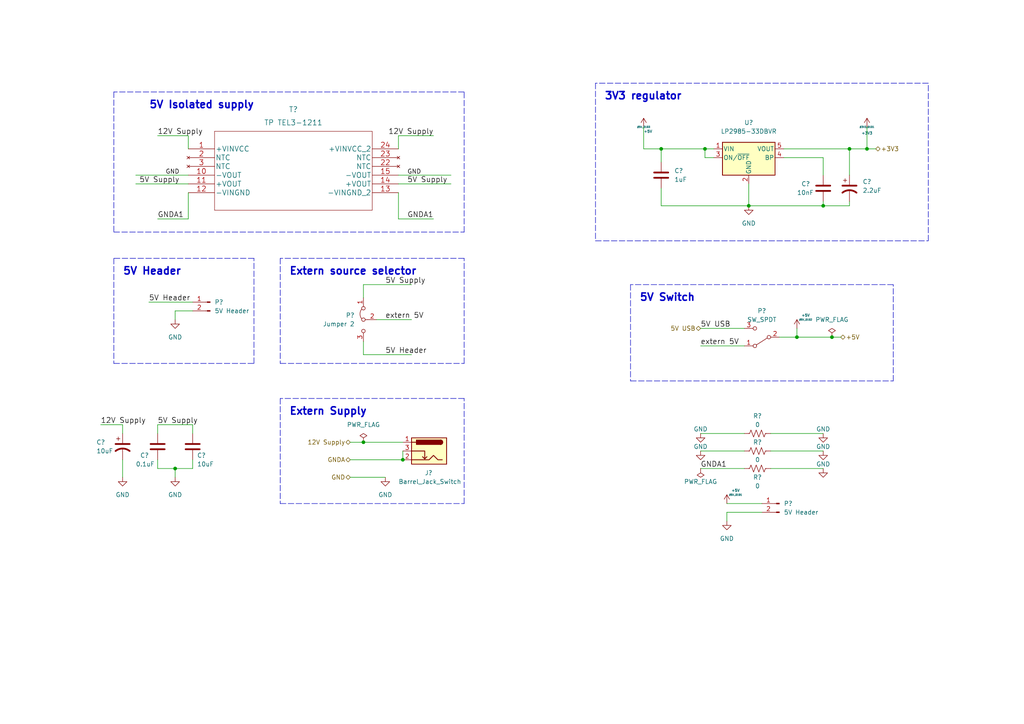
<source format=kicad_sch>
(kicad_sch (version 20211123) (generator eeschema)
  (paper "A4")
  (lib_symbols
    (symbol "Connector:Barrel_Jack_Switch" (pin_names hide)
      (property "Reference" "J" (at 0 5.334 0))
      (property "Value" "Barrel_Jack_Switch" (at 0 -5.08 0))
      (symbol "Barrel_Jack_Switch_0_1"
        (rectangle (start -5.08 3.81) (end 5.08 -3.81) (stroke (width 0.254)) (fill (type background)))
        (arc (start -3.302 3.175) (mid -3.937 2.54) (end -3.302 1.905) (stroke (width 0.254)))
        (arc (start -3.302 3.175) (mid -3.937 2.54) (end -3.302 1.905) (stroke (width 0.254)) (fill (type outline)))
        (polyline (pts (xy 1.27 -2.286) (xy 1.905 -1.651)) (stroke (width 0.254)))
        (polyline (pts (xy 5.08 2.54) (xy 3.81 2.54)) (stroke (width 0.254)))
        (polyline (pts (xy 5.08 0) (xy 1.27 0) (xy 1.27 -2.286) (xy 0.635 -1.651)) (stroke (width 0.254)))
        (polyline (pts (xy -3.81 -2.54) (xy -2.54 -2.54) (xy -1.27 -1.27) (xy 0 -2.54) (xy 2.54 -2.54) (xy 5.08 -2.54)) (stroke (width 0.254)))
        (rectangle (start 3.683 3.175) (end -3.302 1.905) (stroke (width 0.254)) (fill (type outline)))
      )
      (symbol "Barrel_Jack_Switch_1_1"
        (pin passive line (at 7.62 2.54 180) (length 2.54) (name "~") (number "1"))
        (pin passive line (at 7.62 -2.54 180) (length 2.54) (name "~") (number "2"))
        (pin passive line (at 7.62 0 180) (length 2.54) (name "~") (number "3"))
      )
    )
    (symbol "Connector:Conn_01x02_Male" (pin_names (offset 1.016) hide)
      (property "Reference" "J" (at 0 2.54 0))
      (property "Value" "Conn_01x02_Male" (at 0 -5.08 0))
      (symbol "Conn_01x02_Male_1_1"
        (polyline (pts (xy 1.27 -2.54) (xy 0.8636 -2.54)) (stroke (width 0.1524)))
        (polyline (pts (xy 1.27 0) (xy 0.8636 0)) (stroke (width 0.1524)))
        (rectangle (start 0.8636 -2.413) (end 0 -2.667) (stroke (width 0.1524)) (fill (type outline)))
        (rectangle (start 0.8636 0.127) (end 0 -0.127) (stroke (width 0.1524)) (fill (type outline)))
        (pin passive line (at 5.08 0 180) (length 3.81) (name "Pin_1") (number "1"))
        (pin passive line (at 5.08 -2.54 180) (length 3.81) (name "Pin_2") (number "2"))
      )
    )
    (symbol "Device:C" (pin_numbers hide) (pin_names (offset 0.254))
      (property "Reference" "C" (at 0.635 2.54 0))
      (property "Value" "C" (at 0.635 -2.54 0))
      (symbol "C_0_1"
        (polyline (pts (xy -2.032 -0.762) (xy 2.032 -0.762)) (stroke (width 0.508)))
        (polyline (pts (xy -2.032 0.762) (xy 2.032 0.762)) (stroke (width 0.508)))
      )
      (symbol "C_1_1"
        (pin passive line (at 0 3.81 270) (length 2.794) (name "~") (number "1"))
        (pin passive line (at 0 -3.81 90) (length 2.794) (name "~") (number "2"))
      )
    )
    (symbol "Device:C_Polarized_US" (pin_numbers hide) (pin_names (offset 0.254) hide)
      (property "Reference" "C" (at 0.635 2.54 0))
      (property "Value" "C_Polarized_US" (at 0.635 -2.54 0))
      (symbol "C_Polarized_US_0_1"
        (polyline (pts (xy -2.032 0.762) (xy 2.032 0.762)) (stroke (width 0.508)))
        (polyline (pts (xy -1.778 2.286) (xy -0.762 2.286)))
        (polyline (pts (xy -1.27 1.778) (xy -1.27 2.794)))
        (arc (start 2.032 -1.27) (mid 0 -0.5572) (end -2.032 -1.27) (stroke (width 0.508)))
      )
      (symbol "C_Polarized_US_1_1"
        (pin passive line (at 0 3.81 270) (length 2.794) (name "~") (number "1"))
        (pin passive line (at 0 -3.81 90) (length 3.302) (name "~") (number "2"))
      )
    )
    (symbol "Device:R_US" (pin_numbers hide) (pin_names (offset 0))
      (property "Reference" "R" (at 2.54 0 90))
      (property "Value" "R_US" (at -2.54 0 90))
      (symbol "R_US_0_1"
        (polyline (pts (xy 0 -2.286) (xy 0 -2.54)))
        (polyline (pts (xy 0 2.286) (xy 0 2.54)))
        (polyline (pts (xy 0 -0.762) (xy 1.016 -1.143) (xy 0 -1.524) (xy -1.016 -1.905) (xy 0 -2.286)))
        (polyline (pts (xy 0 0.762) (xy 1.016 0.381) (xy 0 0) (xy -1.016 -0.381) (xy 0 -0.762)))
        (polyline (pts (xy 0 2.286) (xy 1.016 1.905) (xy 0 1.524) (xy -1.016 1.143) (xy 0 0.762)))
      )
      (symbol "R_US_1_1"
        (pin passive line (at 0 3.81 270) (length 1.27) (name "~") (number "1"))
        (pin passive line (at 0 -3.81 90) (length 1.27) (name "~") (number "2"))
      )
    )
    (symbol "Jumper:Jumper_3_Bridged12" (pin_names (offset 0) hide)
      (property "Reference" "JP" (at -2.54 -2.54 0))
      (property "Value" "Jumper_3_Bridged12" (at 0 2.794 0))
      (symbol "Jumper_3_Bridged12_0_0"
        (circle (center -3.302 0) (radius 0.508))
        (circle (center 0 0) (radius 0.508))
        (circle (center 3.302 0) (radius 0.508))
      )
      (symbol "Jumper_3_Bridged12_0_1"
        (arc (start -0.254 0.508) (mid -1.651 0.9912) (end -3.048 0.508))
        (polyline (pts (xy 0 -1.27) (xy 0 -0.508)))
      )
      (symbol "Jumper_3_Bridged12_1_1"
        (pin passive line (at -6.35 0 0) (length 2.54) (name "A") (number "1"))
        (pin input line (at 0 -3.81 90) (length 2.54) (name "C") (number "2"))
        (pin passive line (at 6.35 0 180) (length 2.54) (name "B") (number "3"))
      )
    )
    (symbol "Regulator_Linear:LP2985-3.3" (pin_names (offset 0.254))
      (property "Reference" "U" (at -6.35 5.715 0))
      (property "Value" "LP2985-3.3" (at 0 5.715 0))
      (symbol "LP2985-3.3_0_1"
        (rectangle (start -7.62 -5.08) (end 7.62 4.445) (stroke (width 0.254)) (fill (type background)))
      )
      (symbol "LP2985-3.3_1_1"
        (pin power_in line (at -10.16 2.54 0) (length 2.54) (name "VIN") (number "1"))
        (pin power_in line (at 0 -7.62 90) (length 2.54) (name "GND") (number "2"))
        (pin input line (at -10.16 0 0) (length 2.54) (name "ON/~{OFF}") (number "3"))
        (pin input line (at 10.16 0 180) (length 2.54) (name "BP") (number "4"))
        (pin power_out line (at 10.16 2.54 180) (length 2.54) (name "VOUT") (number "5"))
      )
    )
    (symbol "Switch:SW_SPDT" (pin_names (offset 0) hide)
      (property "Reference" "SW" (at 0 4.318 0))
      (property "Value" "SW_SPDT" (at 0 -5.08 0))
      (symbol "SW_SPDT_0_0"
        (circle (center -2.032 0) (radius 0.508))
        (circle (center 2.032 -2.54) (radius 0.508))
      )
      (symbol "SW_SPDT_0_1"
        (polyline (pts (xy -1.524 0.254) (xy 1.651 2.286)))
        (circle (center 2.032 2.54) (radius 0.508))
      )
      (symbol "SW_SPDT_1_1"
        (pin passive line (at 5.08 2.54 180) (length 2.54) (name "A") (number "1"))
        (pin passive line (at -5.08 0 0) (length 2.54) (name "B") (number "2"))
        (pin passive line (at 5.08 -2.54 180) (length 2.54) (name "C") (number "3"))
      )
    )
    (symbol "TP TEM3:TEM_3-2411N" (pin_names (offset 0.254))
      (property "Reference" "U" (at 30.48 10.16 0))
      (property "Value" "TEM_3-2411N" (at 30.48 7.62 0))
      (symbol "TEM_3-2411N_1_1"
        (polyline (pts (xy 7.62 -17.78) (xy 53.34 -17.78)) (stroke (width 0.127)))
        (polyline (pts (xy 7.62 5.08) (xy 7.62 -17.78)) (stroke (width 0.127)))
        (polyline (pts (xy 53.34 -17.78) (xy 53.34 5.08)) (stroke (width 0.127)))
        (polyline (pts (xy 53.34 5.08) (xy 7.62 5.08)) (stroke (width 0.127)))
        (pin power_in line (at 0 0 0) (length 7.62) (name "+VINVCC") (number "1"))
        (pin power_in line (at 0 -7.62 0) (length 7.62) (name "-VOUT") (number "10"))
        (pin power_out line (at 0 -10.16 0) (length 7.62) (name "+VOUT") (number "11"))
        (pin power_in line (at 0 -12.7 0) (length 7.62) (name "-VINGND") (number "12"))
        (pin power_in line (at 60.96 -12.7 180) (length 7.62) (name "-VINGND_2") (number "13"))
        (pin power_out line (at 60.96 -10.16 180) (length 7.62) (name "+VOUT") (number "14"))
        (pin power_in line (at 60.96 -7.62 180) (length 7.62) (name "-VOUT") (number "15"))
        (pin no_connect line (at 0 -2.54 0) (length 7.62) (name "NTC") (number "2"))
        (pin no_connect line (at 60.96 -5.08 180) (length 7.62) (name "NTC") (number "22"))
        (pin no_connect line (at 60.96 -2.54 180) (length 7.62) (name "NTC") (number "23"))
        (pin power_in line (at 60.96 0 180) (length 7.62) (name "+VINVCC_2") (number "24"))
        (pin no_connect line (at 0 -5.08 0) (length 7.62) (name "NTC") (number "3"))
      )
    )
    (symbol "power:+3V3" (power) (pin_names (offset 0))
      (property "Value" "+3V3" (at 0 3.556 0))
      (symbol "+3V3_0_1"
        (polyline (pts (xy -0.762 1.27) (xy 0 2.54)))
        (polyline (pts (xy 0 0) (xy 0 2.54)))
        (polyline (pts (xy 0 2.54) (xy 0.762 1.27)))
      )
      (symbol "+3V3_1_1"
        (pin power_in line (at 0 0 90) (length 0) hide (name "+3V3") (number "1"))
      )
    )
    (symbol "power:+5V" (power) (pin_names (offset 0))
      (property "Value" "+5V" (at 0 3.556 0))
      (symbol "+5V_0_1"
        (polyline (pts (xy -0.762 1.27) (xy 0 2.54)))
        (polyline (pts (xy 0 0) (xy 0 2.54)))
        (polyline (pts (xy 0 2.54) (xy 0.762 1.27)))
      )
      (symbol "+5V_1_1"
        (pin power_in line (at 0 0 90) (length 0) hide (name "+5V") (number "1"))
      )
    )
    (symbol "power:GND" (power) (pin_names (offset 0))
      (property "Value" "GND" (at 0 -3.81 0))
      (symbol "GND_0_1"
        (polyline (pts (xy 0 0) (xy 0 -1.27) (xy 1.27 -1.27) (xy 0 -2.54) (xy -1.27 -1.27) (xy 0 -1.27)))
      )
      (symbol "GND_1_1"
        (pin power_in line (at 0 0 270) (length 0) hide (name "GND") (number "1"))
      )
    )
    (symbol "power:PWR_FLAG" (power) (pin_numbers hide) (pin_names (offset 0) hide)
      (property "Value" "PWR_FLAG" (at 0 3.81 0))
      (symbol "PWR_FLAG_0_0"
        (pin power_out line (at 0 0 90) (length 0) (name "pwr") (number "1"))
      )
      (symbol "PWR_FLAG_0_1"
        (polyline (pts (xy 0 0) (xy 0 1.27) (xy -1.016 1.905) (xy 0 2.54) (xy 1.016 1.905) (xy 0 1.27)))
      )
    )
  )
  (junction (at 241.3 97.79))
  (junction (at 191.77 43.18))
  (junction (at 50.8 135.89))
  (junction (at 238.76 59.69))
  (junction (at 204.47 43.18))
  (junction (at 217.17 59.69))
  (junction (at 105.41 128.27))
  (junction (at 246.38 43.18))
  (junction (at 231.14 97.79))
  (junction (at 251.46 43.18))
  (junction (at 116.84 133.35))
  (wire (pts (xy 55.88 125.73) (xy 55.88 123.19)))
  (wire (pts (xy 50.8 90.17) (xy 55.88 90.17)))
  (polyline (pts (xy 81.28 115.57) (xy 81.28 146.05)))
  (wire (pts (xy 105.41 102.87) (xy 119.38 102.87)))
  (wire (pts (xy 115.57 39.37) (xy 115.57 43.18)))
  (polyline (pts (xy 73.66 74.93) (xy 33.02 74.93)))
  (wire (pts (xy 204.47 43.18) (xy 207.01 43.18)))
  (polyline (pts (xy 259.08 110.49) (xy 259.08 82.55)))
  (polyline (pts (xy 81.28 105.41) (xy 134.62 105.41)))
  (wire (pts (xy 246.38 58.42) (xy 246.38 59.69)))
  (polyline (pts (xy 269.24 24.13) (xy 172.72 24.13)))
  (polyline (pts (xy 134.62 26.67) (xy 33.02 26.67)))
  (polyline (pts (xy 33.02 67.31) (xy 134.62 67.31)))
  (wire (pts (xy 50.8 138.43) (xy 50.8 135.89)))
  (polyline (pts (xy 33.02 26.67) (xy 33.02 67.31)))
  (wire (pts (xy 45.72 39.37) (xy 54.61 39.37)))
  (wire (pts (xy 50.8 92.71) (xy 50.8 90.17)))
  (wire (pts (xy 101.6 138.43) (xy 111.76 138.43)))
  (wire (pts (xy 231.14 95.25) (xy 231.14 97.79)))
  (wire (pts (xy 54.61 50.8) (xy 39.37 50.8)))
  (wire (pts (xy 227.33 45.72) (xy 238.76 45.72)))
  (wire (pts (xy 45.72 123.19) (xy 55.88 123.19)))
  (wire (pts (xy 105.41 82.55) (xy 119.38 82.55)))
  (wire (pts (xy 191.77 59.69) (xy 191.77 54.61)))
  (wire (pts (xy 204.47 45.72) (xy 204.47 43.18)))
  (wire (pts (xy 210.82 148.59) (xy 220.98 148.59)))
  (wire (pts (xy 254 43.18) (xy 251.46 43.18)))
  (polyline (pts (xy 182.88 110.49) (xy 259.08 110.49)))
  (wire (pts (xy 231.14 97.79) (xy 241.3 97.79)))
  (wire (pts (xy 54.61 39.37) (xy 54.61 43.18)))
  (wire (pts (xy 207.01 45.72) (xy 204.47 45.72)))
  (wire (pts (xy 115.57 63.5) (xy 115.57 55.88)))
  (wire (pts (xy 223.52 135.89) (xy 238.76 135.89)))
  (wire (pts (xy 115.57 39.37) (xy 125.73 39.37)))
  (wire (pts (xy 119.38 92.71) (xy 109.22 92.71)))
  (wire (pts (xy 203.2 130.81) (xy 215.9 130.81)))
  (wire (pts (xy 55.88 133.35) (xy 55.88 135.89)))
  (wire (pts (xy 203.2 95.25) (xy 215.9 95.25)))
  (polyline (pts (xy 81.28 74.93) (xy 81.28 105.41)))
  (polyline (pts (xy 134.62 115.57) (xy 81.28 115.57)))
  (polyline (pts (xy 182.88 82.55) (xy 182.88 110.49)))
  (polyline (pts (xy 259.08 82.55) (xy 182.88 82.55)))
  (polyline (pts (xy 33.02 74.93) (xy 33.02 105.41)))
  (wire (pts (xy 54.61 63.5) (xy 54.61 55.88)))
  (wire (pts (xy 210.82 151.13) (xy 210.82 148.59)))
  (wire (pts (xy 246.38 43.18) (xy 246.38 50.8)))
  (wire (pts (xy 115.57 50.8) (xy 130.81 50.8)))
  (wire (pts (xy 105.41 102.87) (xy 105.41 99.06)))
  (wire (pts (xy 191.77 43.18) (xy 204.47 43.18)))
  (polyline (pts (xy 33.02 105.41) (xy 73.66 105.41)))
  (wire (pts (xy 55.88 135.89) (xy 50.8 135.89)))
  (wire (pts (xy 116.84 128.27) (xy 105.41 128.27)))
  (wire (pts (xy 54.61 53.34) (xy 39.37 53.34)))
  (wire (pts (xy 246.38 43.18) (xy 251.46 43.18)))
  (wire (pts (xy 186.69 43.18) (xy 186.69 36.83)))
  (wire (pts (xy 223.52 125.73) (xy 238.76 125.73)))
  (wire (pts (xy 45.72 125.73) (xy 45.72 123.19)))
  (wire (pts (xy 125.73 63.5) (xy 115.57 63.5)))
  (wire (pts (xy 105.41 128.27) (xy 101.6 128.27)))
  (wire (pts (xy 29.21 123.19) (xy 35.56 123.19)))
  (polyline (pts (xy 134.62 67.31) (xy 134.62 26.67)))
  (wire (pts (xy 45.72 63.5) (xy 54.61 63.5)))
  (wire (pts (xy 251.46 43.18) (xy 251.46 36.83)))
  (polyline (pts (xy 134.62 105.41) (xy 134.62 74.93)))
  (wire (pts (xy 238.76 59.69) (xy 246.38 59.69)))
  (wire (pts (xy 223.52 130.81) (xy 238.76 130.81)))
  (wire (pts (xy 191.77 43.18) (xy 191.77 46.99)))
  (polyline (pts (xy 172.72 69.85) (xy 269.24 69.85)))
  (wire (pts (xy 45.72 135.89) (xy 45.72 133.35)))
  (wire (pts (xy 203.2 100.33) (xy 215.9 100.33)))
  (wire (pts (xy 241.3 97.79) (xy 243.84 97.79)))
  (wire (pts (xy 238.76 50.8) (xy 238.76 45.72)))
  (polyline (pts (xy 73.66 105.41) (xy 73.66 74.93)))
  (wire (pts (xy 191.77 59.69) (xy 217.17 59.69)))
  (wire (pts (xy 105.41 82.55) (xy 105.41 86.36)))
  (wire (pts (xy 115.57 53.34) (xy 130.81 53.34)))
  (wire (pts (xy 238.76 59.69) (xy 238.76 58.42)))
  (wire (pts (xy 217.17 59.69) (xy 238.76 59.69)))
  (wire (pts (xy 43.18 87.63) (xy 55.88 87.63)))
  (polyline (pts (xy 172.72 24.13) (xy 172.72 69.85)))
  (wire (pts (xy 203.2 125.73) (xy 215.9 125.73)))
  (polyline (pts (xy 134.62 74.93) (xy 81.28 74.93)))
  (wire (pts (xy 227.33 43.18) (xy 246.38 43.18)))
  (wire (pts (xy 203.2 135.89) (xy 215.9 135.89)))
  (wire (pts (xy 191.77 43.18) (xy 186.69 43.18)))
  (polyline (pts (xy 269.24 69.85) (xy 269.24 24.13)))
  (wire (pts (xy 217.17 53.34) (xy 217.17 59.69)))
  (wire (pts (xy 116.84 133.35) (xy 116.84 130.81)))
  (wire (pts (xy 101.6 133.35) (xy 116.84 133.35)))
  (wire (pts (xy 35.56 125.73) (xy 35.56 123.19)))
  (wire (pts (xy 210.82 146.05) (xy 220.98 146.05)))
  (wire (pts (xy 35.56 138.43) (xy 35.56 133.35)))
  (polyline (pts (xy 81.28 146.05) (xy 134.62 146.05)))
  (polyline (pts (xy 134.62 146.05) (xy 134.62 115.57)))
  (wire (pts (xy 50.8 135.89) (xy 45.72 135.89)))
  (wire (pts (xy 226.06 97.79) (xy 231.14 97.79)))
  (text "Extern source selector" (at 83.82 80.01 0) (effects (font (size 2.1336 2.1336) (thickness 0.4267) bold) (justify left bottom)))
  (text "5V Header" (at 35.56 80.01 0) (effects (font (size 2.1336 2.1336) (thickness 0.4267) bold) (justify left bottom)))
  (text "5V Isolated supply" (at 43.18 31.75 0) (effects (font (size 2.1336 2.1336) (thickness 0.4267) bold) (justify left bottom)))
  (text "5V Switch" (at 185.42 87.63 0) (effects (font (size 2.1336 2.1336) (thickness 0.4267) bold) (justify left bottom)))
  (text "Extern Supply" (at 83.82 120.65 0) (effects (font (size 2.1336 2.1336) (thickness 0.4267) bold) (justify left bottom)))
  (text "3V3 regulator" (at 175.26 29.21 0) (effects (font (size 2.1336 2.1336) (thickness 0.4267) bold) (justify left bottom)))
  (label "GNDA1" (at 125.73 63.5 180) (effects (font (size 1.524 1.524))))
  (label "5V Supply" (at 45.72 123.19 0) (effects (font (size 1.524 1.524))))
  (label "5V Header" (at 111.76 102.87 0) (effects (font (size 1.524 1.524))))
  (label "5V Supply" (at 118.11 53.34 0) (effects (font (size 1.524 1.524))))
  (label "GND" (at 118.11 50.8 0))
  (label "5V Supply" (at 52.07 53.34 180) (effects (font (size 1.524 1.524))))
  (label "GND" (at 52.07 50.8 180))
  (label "GNDA1" (at 45.72 63.5 0) (effects (font (size 1.524 1.524))))
  (label "12V Supply" (at 45.72 39.37 0) (effects (font (size 1.524 1.524))))
  (label "12V Supply" (at 29.21 123.19 0) (effects (font (size 1.524 1.524))))
  (label "5V Header" (at 43.18 87.63 0) (effects (font (size 1.524 1.524))))
  (label "GNDA1" (at 203.2 135.89 0) (effects (font (size 1.524 1.524))))
  (label "5V USB" (at 203.2 95.25 0) (effects (font (size 1.524 1.524))))
  (label "5V Supply" (at 111.76 82.55 0) (effects (font (size 1.524 1.524))))
  (label "extern 5V" (at 203.2 100.33 0) (effects (font (size 1.524 1.524))))
  (label "extern 5V" (at 111.76 92.71 0) (effects (font (size 1.524 1.524))))
  (label "12V Supply" (at 125.73 39.37 180) (effects (font (size 1.524 1.524))))
  (hierarchical_label "GND" (shape bidirectional) (at 101.6 138.43 180))
  (hierarchical_label "5V USB" (shape bidirectional) (at 203.2 95.25 180))
  (hierarchical_label "+3V3" (shape bidirectional) (at 254 43.18 0))
  (hierarchical_label "12V Supply" (shape bidirectional) (at 101.6 128.27 180))
  (hierarchical_label "+5V" (shape bidirectional) (at 243.84 97.79 0))
  (hierarchical_label "GNDA" (shape bidirectional) (at 101.6 133.35 180))
  (symbol (lib_id "power:GND") (at 203.2 125.73 0) (unit 1)
    (property "Reference" "#PWR?" (effects hide))
    (property "Value" "GNDA" (at 203.2 124.46 0))
  )
  (symbol (lib_id "Device:C") (at 45.72 129.54 0) (unit 1)
    (property "Reference" "C?" (at 40.64 132.08 0) (effects (justify left)))
    (property "Value" "0.1uF" (at 39.37 134.62 0) (effects (justify left)))
  )
  (symbol (lib_id "power:GND") (at 50.8 138.43 0) (unit 1)
    (property "Reference" "#PWR?" (effects hide))
    (property "Value" "GNDA" (at 50.8 143.51 0))
  )
  (symbol (lib_id "power:+3V3") (at 251.46 36.83 0) (unit 1)
    (property "Reference" "#3V3_?" (at 251.46 36.83 0) (effects (font (size 0.508 0.508))))
    (property "Value" "3V3" (at 251.46 38.608 0) (effects (font (size 0.762 0.762))))
  )
  (symbol (lib_id "power:GND") (at 50.8 92.71 0) (unit 1)
    (property "Reference" "#PWR?" (effects hide))
    (property "Value" "GND" (at 50.8 97.79 0))
  )
  (symbol (lib_id "power:GND") (at 238.76 130.81 0) (unit 1)
    (property "Reference" "#PWR?" (effects hide))
    (property "Value" "GND" (at 238.76 129.54 0))
  )
  (symbol (lib_id "Device:C") (at 55.88 129.54 0) (unit 1)
    (property "Reference" "C?" (at 57.15 132.08 0) (effects (justify left)))
    (property "Value" "10uF" (at 57.15 134.62 0) (effects (justify left)))
  )
  (symbol (lib_id "Connector:Conn_01x02_Male") (at 60.96 87.63 0) (mirror y) (unit 1)
    (property "Reference" "P?" (at 62.23 87.6299 0) (effects (justify right)))
    (property "Value" "5V Header" (at 62.23 90.1699 0) (effects (justify right)))
  )
  (symbol (lib_id "power:PWR_FLAG") (at 203.2 135.89 180) (unit 1)
    (property "Reference" "#FLG?" (effects hide))
    (property "Value" "PWR_FLAG" (at 203.2 139.7 0))
  )
  (symbol (lib_id "Device:R_US") (at 219.71 130.81 90) (unit 1)
    (property "Reference" "R?" (at 219.71 128.27 90))
    (property "Value" "0" (at 219.71 133.35 90))
  )
  (symbol (lib_id "TP TEM3:TEM_3-2411N") (at 54.61 43.18 0) (unit 1)
    (property "Reference" "T?" (at 85.09 31.75 0) (effects (font (size 1.524 1.524))))
    (property "Value" "TP TEL3-1211" (at 85.09 35.56 0) (effects (font (size 1.524 1.524))))
    (property "Footprint" "TEM3_TRP" (effects hide))
  )
  (symbol (lib_id "Device:R_US") (at 219.71 125.73 90) (unit 1)
    (property "Reference" "R?" (at 219.71 120.65 90))
    (property "Value" "0" (at 219.71 123.19 90))
  )
  (symbol (lib_id "Jumper:Jumper_3_Bridged12") (at 105.41 92.71 90) (mirror x) (unit 1)
    (property "Reference" "P?" (at 102.87 91.4399 90) (effects (justify left)))
    (property "Value" "Jumper 2" (at 102.87 93.9799 90) (effects (justify left)))
  )
  (symbol (lib_id "power:GND") (at 35.56 138.43 0) (unit 1)
    (property "Reference" "#PWR?" (effects hide))
    (property "Value" "GNDA" (at 35.56 143.51 0))
  )
  (symbol (lib_id "Connector:Barrel_Jack_Switch") (at 124.46 130.81 0) (mirror y) (unit 1)
    (property "Reference" "J?" (at 123.19 137.16 0) (effects (justify right)))
    (property "Value" "Barrel_Jack_Switch" (at 115.57 139.7 0) (effects (justify right)))
    (property "Footprint" "Connector_BarrelJack:BarrelJack_GCT_DCJ200-10-A_Horizontal" (effects hide))
  )
  (symbol (lib_id "power:GND") (at 238.76 135.89 0) (unit 1)
    (property "Reference" "#PWR?" (effects hide))
    (property "Value" "GNDA" (at 238.76 134.62 0))
  )
  (symbol (lib_id "Switch:SW_SPDT") (at 220.98 97.79 180) (unit 1)
    (property "Reference" "P?" (at 220.98 90.17 0))
    (property "Value" "SW_SPDT" (at 220.98 92.71 0))
  )
  (symbol (lib_id "power:+5V") (at 231.14 95.25 0) (unit 1)
    (property "Reference" "#5V_?" (at 233.68 92.71 0) (effects (font (size 0.508 0.508))))
    (property "Value" "5V" (at 233.68 91.44 0) (effects (font (size 0.762 0.762))))
  )
  (symbol (lib_id "Device:C_Polarized_US") (at 35.56 129.54 0) (unit 1)
    (property "Reference" "C?" (at 27.94 128.27 0) (effects (justify left)))
    (property "Value" "10uF" (at 27.94 130.81 0) (effects (justify left)))
  )
  (symbol (lib_id "power:+5V") (at 210.82 146.05 0) (unit 1)
    (property "Reference" "#5V_?" (at 213.36 143.51 0) (effects (font (size 0.508 0.508))))
    (property "Value" "5V" (at 213.36 142.24 0) (effects (font (size 0.762 0.762))))
  )
  (symbol (lib_id "Regulator_Linear:LP2985-3.3") (at 217.17 45.72 0) (unit 1)
    (property "Reference" "U?" (at 217.17 35.56 0))
    (property "Value" "LP2985-33DBVR" (at 217.17 38.1 0))
    (property "Footprint" "Package_TO_SOT_SMD:SOT-23-5" (effects hide))
    (property "Datasheet" "http://www.ti.com/lit/ds/symlink/lp2985.pdf" (effects hide))
  )
  (symbol (lib_id "Connector:Conn_01x02_Male") (at 226.06 146.05 0) (mirror y) (unit 1)
    (property "Reference" "P?" (at 227.33 146.0499 0) (effects (justify right)))
    (property "Value" "5V Header" (at 227.33 148.5899 0) (effects (justify right)))
  )
  (symbol (lib_id "power:GND") (at 203.2 130.81 0) (unit 1)
    (property "Reference" "#PWR?" (effects hide))
    (property "Value" "GNDA" (at 203.2 129.54 0))
  )
  (symbol (lib_id "power:GND") (at 238.76 125.73 0) (unit 1)
    (property "Reference" "#PWR?" (effects hide))
    (property "Value" "GND" (at 238.76 124.46 0))
  )
  (symbol (lib_id "power:+5V") (at 186.69 36.83 0) (unit 1)
    (property "Reference" "#5V_?" (at 186.69 36.83 0) (effects (font (size 0.508 0.508))))
    (property "Value" "5V" (at 187.96 38.1 0) (effects (font (size 0.762 0.762))))
  )
  (symbol (lib_id "power:PWR_FLAG") (at 105.41 128.27 0) (unit 1)
    (property "Reference" "#FLG?" (effects hide))
    (property "Value" "PWR_FLAG" (at 105.41 123.19 0))
  )
  (symbol (lib_id "power:GND") (at 210.82 151.13 0) (unit 1)
    (property "Reference" "#PWR?" (effects hide))
    (property "Value" "GND" (at 210.82 156.21 0))
  )
  (symbol (lib_id "Device:C_Polarized_US") (at 246.38 54.61 0) (unit 1)
    (property "Reference" "C?" (at 250.19 52.7049 0) (effects (justify left)))
    (property "Value" "2.2uF" (at 250.19 55.2449 0) (effects (justify left)))
  )
  (symbol (lib_id "Device:C") (at 191.77 50.8 0) (unit 1)
    (property "Reference" "C?" (at 195.58 49.5299 0) (effects (justify left)))
    (property "Value" "1uF" (at 195.58 52.0699 0) (effects (justify left)))
  )
  (symbol (lib_id "Device:C") (at 238.76 54.61 0) (unit 1)
    (property "Reference" "C?" (at 232.41 53.34 0) (effects (justify left)))
    (property "Value" "10nF" (at 231.14 55.88 0) (effects (justify left)))
  )
  (symbol (lib_id "power:PWR_FLAG") (at 241.3 97.79 0) (unit 1)
    (property "Reference" "#FLG?" (effects hide))
    (property "Value" "PWR_FLAG" (at 241.3 92.71 0))
  )
  (symbol (lib_id "Device:R_US") (at 219.71 135.89 90) (unit 1)
    (property "Reference" "R?" (at 219.71 138.43 90))
    (property "Value" "0" (at 219.71 140.97 90))
  )
  (symbol (lib_id "power:GND") (at 217.17 59.69 0) (unit 1)
    (property "Reference" "#PWR?" (effects hide))
    (property "Value" "GNDA" (at 217.17 64.77 0))
  )
  (symbol (lib_id "power:GND") (at 111.76 138.43 0) (unit 1)
    (property "Reference" "#PWR?" (effects hide))
    (property "Value" "GND" (at 111.76 143.51 0))
  )
)
</source>
